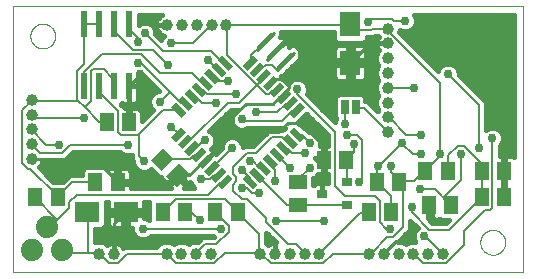
<source format=gtl>
G75*
%MOIN*%
%OFA0B0*%
%FSLAX25Y25*%
%IPPOS*%
%LPD*%
%AMOC8*
5,1,8,0,0,1.08239X$1,22.5*
%
%ADD10C,0.00000*%
%ADD11R,0.05118X0.05906*%
%ADD12R,0.07087X0.08465*%
%ADD13R,0.08465X0.07087*%
%ADD14C,0.03969*%
%ADD15R,0.05000X0.02200*%
%ADD16R,0.02200X0.05000*%
%ADD17R,0.02362X0.08661*%
%ADD18R,0.03543X0.03150*%
%ADD19C,0.07400*%
%ADD20R,0.05118X0.06299*%
%ADD21R,0.06299X0.05118*%
%ADD22R,0.02500X0.05000*%
%ADD23C,0.01772*%
%ADD24C,0.01000*%
%ADD25C,0.03000*%
%ADD26C,0.01600*%
%ADD27C,0.00700*%
D10*
X0001800Y0001800D02*
X0001800Y0090511D01*
X0171751Y0090511D01*
X0171751Y0001800D01*
X0001800Y0001800D01*
X0007666Y0080550D02*
X0007668Y0080678D01*
X0007674Y0080806D01*
X0007684Y0080933D01*
X0007698Y0081061D01*
X0007715Y0081187D01*
X0007737Y0081313D01*
X0007763Y0081439D01*
X0007792Y0081563D01*
X0007825Y0081687D01*
X0007862Y0081809D01*
X0007903Y0081930D01*
X0007948Y0082050D01*
X0007996Y0082169D01*
X0008048Y0082286D01*
X0008104Y0082401D01*
X0008163Y0082515D01*
X0008225Y0082626D01*
X0008291Y0082736D01*
X0008360Y0082843D01*
X0008433Y0082949D01*
X0008509Y0083052D01*
X0008588Y0083152D01*
X0008670Y0083251D01*
X0008755Y0083346D01*
X0008843Y0083439D01*
X0008934Y0083529D01*
X0009027Y0083616D01*
X0009124Y0083701D01*
X0009222Y0083782D01*
X0009324Y0083860D01*
X0009427Y0083935D01*
X0009533Y0084007D01*
X0009641Y0084076D01*
X0009751Y0084141D01*
X0009864Y0084202D01*
X0009978Y0084261D01*
X0010093Y0084315D01*
X0010211Y0084366D01*
X0010329Y0084414D01*
X0010450Y0084457D01*
X0010571Y0084497D01*
X0010694Y0084533D01*
X0010818Y0084566D01*
X0010943Y0084594D01*
X0011068Y0084619D01*
X0011194Y0084639D01*
X0011321Y0084656D01*
X0011449Y0084669D01*
X0011576Y0084678D01*
X0011704Y0084683D01*
X0011832Y0084684D01*
X0011960Y0084681D01*
X0012088Y0084674D01*
X0012215Y0084663D01*
X0012342Y0084648D01*
X0012469Y0084630D01*
X0012595Y0084607D01*
X0012720Y0084580D01*
X0012844Y0084550D01*
X0012967Y0084516D01*
X0013090Y0084478D01*
X0013211Y0084436D01*
X0013330Y0084390D01*
X0013448Y0084341D01*
X0013565Y0084288D01*
X0013680Y0084232D01*
X0013793Y0084172D01*
X0013904Y0084109D01*
X0014013Y0084042D01*
X0014120Y0083972D01*
X0014225Y0083898D01*
X0014327Y0083822D01*
X0014427Y0083742D01*
X0014525Y0083659D01*
X0014620Y0083573D01*
X0014712Y0083484D01*
X0014801Y0083393D01*
X0014888Y0083299D01*
X0014971Y0083202D01*
X0015052Y0083102D01*
X0015129Y0083001D01*
X0015204Y0082896D01*
X0015275Y0082790D01*
X0015342Y0082681D01*
X0015407Y0082571D01*
X0015467Y0082458D01*
X0015525Y0082344D01*
X0015578Y0082228D01*
X0015628Y0082110D01*
X0015675Y0081991D01*
X0015718Y0081870D01*
X0015757Y0081748D01*
X0015792Y0081625D01*
X0015823Y0081501D01*
X0015851Y0081376D01*
X0015874Y0081250D01*
X0015894Y0081124D01*
X0015910Y0080997D01*
X0015922Y0080870D01*
X0015930Y0080742D01*
X0015934Y0080614D01*
X0015934Y0080486D01*
X0015930Y0080358D01*
X0015922Y0080230D01*
X0015910Y0080103D01*
X0015894Y0079976D01*
X0015874Y0079850D01*
X0015851Y0079724D01*
X0015823Y0079599D01*
X0015792Y0079475D01*
X0015757Y0079352D01*
X0015718Y0079230D01*
X0015675Y0079109D01*
X0015628Y0078990D01*
X0015578Y0078872D01*
X0015525Y0078756D01*
X0015467Y0078642D01*
X0015407Y0078529D01*
X0015342Y0078419D01*
X0015275Y0078310D01*
X0015204Y0078204D01*
X0015129Y0078099D01*
X0015052Y0077998D01*
X0014971Y0077898D01*
X0014888Y0077801D01*
X0014801Y0077707D01*
X0014712Y0077616D01*
X0014620Y0077527D01*
X0014525Y0077441D01*
X0014427Y0077358D01*
X0014327Y0077278D01*
X0014225Y0077202D01*
X0014120Y0077128D01*
X0014013Y0077058D01*
X0013904Y0076991D01*
X0013793Y0076928D01*
X0013680Y0076868D01*
X0013565Y0076812D01*
X0013448Y0076759D01*
X0013330Y0076710D01*
X0013211Y0076664D01*
X0013090Y0076622D01*
X0012967Y0076584D01*
X0012844Y0076550D01*
X0012720Y0076520D01*
X0012595Y0076493D01*
X0012469Y0076470D01*
X0012342Y0076452D01*
X0012215Y0076437D01*
X0012088Y0076426D01*
X0011960Y0076419D01*
X0011832Y0076416D01*
X0011704Y0076417D01*
X0011576Y0076422D01*
X0011449Y0076431D01*
X0011321Y0076444D01*
X0011194Y0076461D01*
X0011068Y0076481D01*
X0010943Y0076506D01*
X0010818Y0076534D01*
X0010694Y0076567D01*
X0010571Y0076603D01*
X0010450Y0076643D01*
X0010329Y0076686D01*
X0010211Y0076734D01*
X0010093Y0076785D01*
X0009978Y0076839D01*
X0009864Y0076898D01*
X0009751Y0076959D01*
X0009641Y0077024D01*
X0009533Y0077093D01*
X0009427Y0077165D01*
X0009324Y0077240D01*
X0009222Y0077318D01*
X0009124Y0077399D01*
X0009027Y0077484D01*
X0008934Y0077571D01*
X0008843Y0077661D01*
X0008755Y0077754D01*
X0008670Y0077849D01*
X0008588Y0077948D01*
X0008509Y0078048D01*
X0008433Y0078151D01*
X0008360Y0078257D01*
X0008291Y0078364D01*
X0008225Y0078474D01*
X0008163Y0078585D01*
X0008104Y0078699D01*
X0008048Y0078814D01*
X0007996Y0078931D01*
X0007948Y0079050D01*
X0007903Y0079170D01*
X0007862Y0079291D01*
X0007825Y0079413D01*
X0007792Y0079537D01*
X0007763Y0079661D01*
X0007737Y0079787D01*
X0007715Y0079913D01*
X0007698Y0080039D01*
X0007684Y0080167D01*
X0007674Y0080294D01*
X0007668Y0080422D01*
X0007666Y0080550D01*
X0157666Y0011800D02*
X0157668Y0011928D01*
X0157674Y0012056D01*
X0157684Y0012183D01*
X0157698Y0012311D01*
X0157715Y0012437D01*
X0157737Y0012563D01*
X0157763Y0012689D01*
X0157792Y0012813D01*
X0157825Y0012937D01*
X0157862Y0013059D01*
X0157903Y0013180D01*
X0157948Y0013300D01*
X0157996Y0013419D01*
X0158048Y0013536D01*
X0158104Y0013651D01*
X0158163Y0013765D01*
X0158225Y0013876D01*
X0158291Y0013986D01*
X0158360Y0014093D01*
X0158433Y0014199D01*
X0158509Y0014302D01*
X0158588Y0014402D01*
X0158670Y0014501D01*
X0158755Y0014596D01*
X0158843Y0014689D01*
X0158934Y0014779D01*
X0159027Y0014866D01*
X0159124Y0014951D01*
X0159222Y0015032D01*
X0159324Y0015110D01*
X0159427Y0015185D01*
X0159533Y0015257D01*
X0159641Y0015326D01*
X0159751Y0015391D01*
X0159864Y0015452D01*
X0159978Y0015511D01*
X0160093Y0015565D01*
X0160211Y0015616D01*
X0160329Y0015664D01*
X0160450Y0015707D01*
X0160571Y0015747D01*
X0160694Y0015783D01*
X0160818Y0015816D01*
X0160943Y0015844D01*
X0161068Y0015869D01*
X0161194Y0015889D01*
X0161321Y0015906D01*
X0161449Y0015919D01*
X0161576Y0015928D01*
X0161704Y0015933D01*
X0161832Y0015934D01*
X0161960Y0015931D01*
X0162088Y0015924D01*
X0162215Y0015913D01*
X0162342Y0015898D01*
X0162469Y0015880D01*
X0162595Y0015857D01*
X0162720Y0015830D01*
X0162844Y0015800D01*
X0162967Y0015766D01*
X0163090Y0015728D01*
X0163211Y0015686D01*
X0163330Y0015640D01*
X0163448Y0015591D01*
X0163565Y0015538D01*
X0163680Y0015482D01*
X0163793Y0015422D01*
X0163904Y0015359D01*
X0164013Y0015292D01*
X0164120Y0015222D01*
X0164225Y0015148D01*
X0164327Y0015072D01*
X0164427Y0014992D01*
X0164525Y0014909D01*
X0164620Y0014823D01*
X0164712Y0014734D01*
X0164801Y0014643D01*
X0164888Y0014549D01*
X0164971Y0014452D01*
X0165052Y0014352D01*
X0165129Y0014251D01*
X0165204Y0014146D01*
X0165275Y0014040D01*
X0165342Y0013931D01*
X0165407Y0013821D01*
X0165467Y0013708D01*
X0165525Y0013594D01*
X0165578Y0013478D01*
X0165628Y0013360D01*
X0165675Y0013241D01*
X0165718Y0013120D01*
X0165757Y0012998D01*
X0165792Y0012875D01*
X0165823Y0012751D01*
X0165851Y0012626D01*
X0165874Y0012500D01*
X0165894Y0012374D01*
X0165910Y0012247D01*
X0165922Y0012120D01*
X0165930Y0011992D01*
X0165934Y0011864D01*
X0165934Y0011736D01*
X0165930Y0011608D01*
X0165922Y0011480D01*
X0165910Y0011353D01*
X0165894Y0011226D01*
X0165874Y0011100D01*
X0165851Y0010974D01*
X0165823Y0010849D01*
X0165792Y0010725D01*
X0165757Y0010602D01*
X0165718Y0010480D01*
X0165675Y0010359D01*
X0165628Y0010240D01*
X0165578Y0010122D01*
X0165525Y0010006D01*
X0165467Y0009892D01*
X0165407Y0009779D01*
X0165342Y0009669D01*
X0165275Y0009560D01*
X0165204Y0009454D01*
X0165129Y0009349D01*
X0165052Y0009248D01*
X0164971Y0009148D01*
X0164888Y0009051D01*
X0164801Y0008957D01*
X0164712Y0008866D01*
X0164620Y0008777D01*
X0164525Y0008691D01*
X0164427Y0008608D01*
X0164327Y0008528D01*
X0164225Y0008452D01*
X0164120Y0008378D01*
X0164013Y0008308D01*
X0163904Y0008241D01*
X0163793Y0008178D01*
X0163680Y0008118D01*
X0163565Y0008062D01*
X0163448Y0008009D01*
X0163330Y0007960D01*
X0163211Y0007914D01*
X0163090Y0007872D01*
X0162967Y0007834D01*
X0162844Y0007800D01*
X0162720Y0007770D01*
X0162595Y0007743D01*
X0162469Y0007720D01*
X0162342Y0007702D01*
X0162215Y0007687D01*
X0162088Y0007676D01*
X0161960Y0007669D01*
X0161832Y0007666D01*
X0161704Y0007667D01*
X0161576Y0007672D01*
X0161449Y0007681D01*
X0161321Y0007694D01*
X0161194Y0007711D01*
X0161068Y0007731D01*
X0160943Y0007756D01*
X0160818Y0007784D01*
X0160694Y0007817D01*
X0160571Y0007853D01*
X0160450Y0007893D01*
X0160329Y0007936D01*
X0160211Y0007984D01*
X0160093Y0008035D01*
X0159978Y0008089D01*
X0159864Y0008148D01*
X0159751Y0008209D01*
X0159641Y0008274D01*
X0159533Y0008343D01*
X0159427Y0008415D01*
X0159324Y0008490D01*
X0159222Y0008568D01*
X0159124Y0008649D01*
X0159027Y0008734D01*
X0158934Y0008821D01*
X0158843Y0008911D01*
X0158755Y0009004D01*
X0158670Y0009099D01*
X0158588Y0009198D01*
X0158509Y0009298D01*
X0158433Y0009401D01*
X0158360Y0009507D01*
X0158291Y0009614D01*
X0158225Y0009724D01*
X0158163Y0009835D01*
X0158104Y0009949D01*
X0158048Y0010064D01*
X0157996Y0010181D01*
X0157948Y0010300D01*
X0157903Y0010420D01*
X0157862Y0010541D01*
X0157825Y0010663D01*
X0157792Y0010787D01*
X0157763Y0010911D01*
X0157737Y0011037D01*
X0157715Y0011163D01*
X0157698Y0011289D01*
X0157684Y0011417D01*
X0157674Y0011544D01*
X0157668Y0011672D01*
X0157666Y0011800D01*
D11*
X0158060Y0026800D03*
X0165540Y0026800D03*
X0128040Y0021800D03*
X0120560Y0021800D03*
X0113040Y0039300D03*
X0105560Y0039300D03*
G36*
X0056667Y0030258D02*
X0053048Y0033877D01*
X0057223Y0038052D01*
X0060842Y0034433D01*
X0056667Y0030258D01*
G37*
G36*
X0051377Y0035548D02*
X0047758Y0039167D01*
X0051933Y0043342D01*
X0055552Y0039723D01*
X0051377Y0035548D01*
G37*
X0036790Y0031800D03*
X0029310Y0031800D03*
X0033060Y0051800D03*
X0040540Y0051800D03*
D12*
X0114300Y0071652D03*
X0114300Y0084448D03*
D13*
X0039448Y0021800D03*
X0026652Y0021800D03*
D14*
X0030589Y0008050D03*
X0035511Y0008050D03*
X0053089Y0008050D03*
X0058011Y0008050D03*
X0062932Y0008050D03*
X0067853Y0008050D03*
X0084339Y0008050D03*
X0089261Y0008050D03*
X0094182Y0008050D03*
X0099103Y0008050D03*
X0104024Y0008050D03*
X0120589Y0008050D03*
X0125511Y0008050D03*
X0130432Y0008050D03*
X0135353Y0008050D03*
X0140274Y0008050D03*
X0145196Y0008050D03*
X0126800Y0048562D03*
X0126800Y0053483D03*
X0126800Y0058404D03*
X0126800Y0063326D03*
X0126800Y0068247D03*
X0126800Y0073168D03*
X0126800Y0078089D03*
X0126800Y0083011D03*
X0073011Y0084300D03*
X0068089Y0084300D03*
X0063168Y0084300D03*
X0058247Y0084300D03*
X0053326Y0084300D03*
X0008050Y0059261D03*
X0008050Y0054339D03*
X0008050Y0049418D03*
X0008050Y0044497D03*
X0008050Y0039576D03*
D15*
G36*
X0054510Y0046656D02*
X0058044Y0050190D01*
X0059600Y0048634D01*
X0056066Y0045100D01*
X0054510Y0046656D01*
G37*
G36*
X0056737Y0044429D02*
X0060271Y0047963D01*
X0061827Y0046407D01*
X0058293Y0042873D01*
X0056737Y0044429D01*
G37*
G36*
X0058964Y0042202D02*
X0062498Y0045736D01*
X0064054Y0044180D01*
X0060520Y0040646D01*
X0058964Y0042202D01*
G37*
G36*
X0061191Y0039974D02*
X0064725Y0043508D01*
X0066281Y0041952D01*
X0062747Y0038418D01*
X0061191Y0039974D01*
G37*
G36*
X0063418Y0037747D02*
X0066952Y0041281D01*
X0068508Y0039725D01*
X0064974Y0036191D01*
X0063418Y0037747D01*
G37*
G36*
X0065646Y0035520D02*
X0069180Y0039054D01*
X0070736Y0037498D01*
X0067202Y0033964D01*
X0065646Y0035520D01*
G37*
G36*
X0067873Y0033293D02*
X0071407Y0036827D01*
X0072963Y0035271D01*
X0069429Y0031737D01*
X0067873Y0033293D01*
G37*
G36*
X0070100Y0031066D02*
X0073634Y0034600D01*
X0075190Y0033044D01*
X0071656Y0029510D01*
X0070100Y0031066D01*
G37*
G36*
X0094000Y0054966D02*
X0097534Y0058500D01*
X0099090Y0056944D01*
X0095556Y0053410D01*
X0094000Y0054966D01*
G37*
G36*
X0091773Y0057193D02*
X0095307Y0060727D01*
X0096863Y0059171D01*
X0093329Y0055637D01*
X0091773Y0057193D01*
G37*
G36*
X0089546Y0059420D02*
X0093080Y0062954D01*
X0094636Y0061398D01*
X0091102Y0057864D01*
X0089546Y0059420D01*
G37*
G36*
X0087319Y0061648D02*
X0090853Y0065182D01*
X0092409Y0063626D01*
X0088875Y0060092D01*
X0087319Y0061648D01*
G37*
G36*
X0085092Y0063875D02*
X0088626Y0067409D01*
X0090182Y0065853D01*
X0086648Y0062319D01*
X0085092Y0063875D01*
G37*
G36*
X0082864Y0066102D02*
X0086398Y0069636D01*
X0087954Y0068080D01*
X0084420Y0064546D01*
X0082864Y0066102D01*
G37*
G36*
X0080637Y0068329D02*
X0084171Y0071863D01*
X0085727Y0070307D01*
X0082193Y0066773D01*
X0080637Y0068329D01*
G37*
G36*
X0078410Y0070556D02*
X0081944Y0074090D01*
X0083500Y0072534D01*
X0079966Y0069000D01*
X0078410Y0070556D01*
G37*
D16*
G36*
X0070100Y0072534D02*
X0071656Y0074090D01*
X0075190Y0070556D01*
X0073634Y0069000D01*
X0070100Y0072534D01*
G37*
G36*
X0067873Y0070307D02*
X0069429Y0071863D01*
X0072963Y0068329D01*
X0071407Y0066773D01*
X0067873Y0070307D01*
G37*
G36*
X0065646Y0068080D02*
X0067202Y0069636D01*
X0070736Y0066102D01*
X0069180Y0064546D01*
X0065646Y0068080D01*
G37*
G36*
X0063418Y0065853D02*
X0064974Y0067409D01*
X0068508Y0063875D01*
X0066952Y0062319D01*
X0063418Y0065853D01*
G37*
G36*
X0061191Y0063626D02*
X0062747Y0065182D01*
X0066281Y0061648D01*
X0064725Y0060092D01*
X0061191Y0063626D01*
G37*
G36*
X0058964Y0061398D02*
X0060520Y0062954D01*
X0064054Y0059420D01*
X0062498Y0057864D01*
X0058964Y0061398D01*
G37*
G36*
X0056737Y0059171D02*
X0058293Y0060727D01*
X0061827Y0057193D01*
X0060271Y0055637D01*
X0056737Y0059171D01*
G37*
G36*
X0054510Y0056944D02*
X0056066Y0058500D01*
X0059600Y0054966D01*
X0058044Y0053410D01*
X0054510Y0056944D01*
G37*
G36*
X0085092Y0039725D02*
X0086648Y0041281D01*
X0090182Y0037747D01*
X0088626Y0036191D01*
X0085092Y0039725D01*
G37*
G36*
X0087319Y0041952D02*
X0088875Y0043508D01*
X0092409Y0039974D01*
X0090853Y0038418D01*
X0087319Y0041952D01*
G37*
G36*
X0089546Y0044180D02*
X0091102Y0045736D01*
X0094636Y0042202D01*
X0093080Y0040646D01*
X0089546Y0044180D01*
G37*
G36*
X0091773Y0046407D02*
X0093329Y0047963D01*
X0096863Y0044429D01*
X0095307Y0042873D01*
X0091773Y0046407D01*
G37*
G36*
X0094000Y0048634D02*
X0095556Y0050190D01*
X0099090Y0046656D01*
X0097534Y0045100D01*
X0094000Y0048634D01*
G37*
G36*
X0082864Y0037498D02*
X0084420Y0039054D01*
X0087954Y0035520D01*
X0086398Y0033964D01*
X0082864Y0037498D01*
G37*
G36*
X0080637Y0035271D02*
X0082193Y0036827D01*
X0085727Y0033293D01*
X0084171Y0031737D01*
X0080637Y0035271D01*
G37*
G36*
X0078410Y0033044D02*
X0079966Y0034600D01*
X0083500Y0031066D01*
X0081944Y0029510D01*
X0078410Y0033044D01*
G37*
D17*
X0040550Y0064064D03*
X0035550Y0064064D03*
X0030550Y0064064D03*
X0025550Y0064064D03*
X0025550Y0084536D03*
X0030550Y0084536D03*
X0035550Y0084536D03*
X0040550Y0084536D03*
D18*
X0113237Y0031790D03*
X0104969Y0028050D03*
X0113237Y0024310D03*
D19*
X0018050Y0009300D03*
X0008050Y0009300D03*
X0013050Y0016800D03*
D20*
X0009310Y0026800D03*
X0016790Y0026800D03*
X0051810Y0021800D03*
X0059290Y0021800D03*
X0069310Y0021800D03*
X0076790Y0021800D03*
X0123060Y0031800D03*
X0130540Y0031800D03*
X0139310Y0035550D03*
X0146790Y0035550D03*
X0158060Y0035550D03*
X0165540Y0035550D03*
X0148040Y0024300D03*
X0140560Y0024300D03*
D21*
X0096800Y0024310D03*
X0096800Y0031790D03*
D22*
X0112528Y0056800D03*
X0116072Y0056800D03*
D23*
X0094666Y0074234D02*
X0090616Y0070184D01*
X0087275Y0073525D02*
X0091325Y0077575D01*
X0087984Y0080916D02*
X0083934Y0076866D01*
D24*
X0083131Y0076062D02*
X0085959Y0078891D01*
X0088788Y0081719D01*
X0092128Y0078378D02*
X0089300Y0075550D01*
X0092400Y0077950D01*
X0095200Y0077950D01*
X0097300Y0075850D01*
X0097300Y0072350D01*
X0114100Y0072350D01*
X0114300Y0071652D01*
X0114450Y0072000D01*
X0120400Y0077950D01*
X0126700Y0077950D01*
X0126800Y0078089D01*
X0097300Y0072350D02*
X0091350Y0066400D01*
X0089250Y0066400D01*
X0087850Y0065000D01*
X0087637Y0064864D01*
X0091350Y0066400D02*
X0093800Y0063950D01*
X0093800Y0063250D01*
X0092400Y0061850D01*
X0092400Y0060450D01*
X0092091Y0060409D01*
X0091700Y0060100D01*
X0090650Y0060100D01*
X0088550Y0058000D01*
X0079450Y0058000D01*
X0075250Y0053800D01*
X0075250Y0048900D01*
X0075600Y0048550D01*
X0066150Y0039100D01*
X0065963Y0038736D01*
X0065800Y0038400D01*
X0064750Y0038400D01*
X0060550Y0034200D01*
X0057050Y0034200D01*
X0056945Y0034155D01*
X0056700Y0033850D01*
X0054950Y0032100D01*
X0037100Y0032100D01*
X0036790Y0031800D01*
X0036400Y0032100D01*
X0029050Y0039450D01*
X0008050Y0039450D01*
X0008050Y0039576D01*
X0035700Y0018100D02*
X0039200Y0021600D01*
X0039448Y0021800D01*
X0035700Y0018100D02*
X0035700Y0008300D01*
X0035511Y0008050D01*
X0075600Y0048550D02*
X0090300Y0048550D01*
X0093450Y0051700D01*
X0098000Y0051700D01*
X0105000Y0044700D01*
X0105000Y0039450D01*
X0105560Y0039300D01*
X0105350Y0039100D01*
X0105000Y0038750D01*
X0105000Y0028250D01*
X0104969Y0028050D01*
X0125650Y0008300D02*
X0129500Y0012150D01*
X0133000Y0012150D01*
X0125650Y0008300D02*
X0125511Y0008050D01*
X0141750Y0018800D02*
X0141750Y0023000D01*
X0140700Y0024050D01*
X0140560Y0024300D01*
X0165540Y0026800D02*
X0165550Y0026850D01*
X0165550Y0035250D01*
X0165540Y0035550D01*
X0165550Y0035950D01*
X0165550Y0053100D01*
X0161000Y0057650D01*
X0095469Y0075038D02*
X0092641Y0072209D01*
X0089812Y0069381D01*
X0086472Y0072722D02*
X0089300Y0075550D01*
X0044100Y0067800D02*
X0044100Y0067450D01*
X0040950Y0064300D01*
X0040550Y0064064D01*
X0040600Y0063950D01*
X0040600Y0052050D01*
X0040540Y0051800D01*
D25*
X0050750Y0058700D03*
X0054600Y0050300D03*
X0065800Y0045750D03*
X0074900Y0043300D03*
X0080850Y0038750D03*
X0078050Y0035950D03*
X0078050Y0030000D03*
X0084000Y0028250D03*
X0089250Y0032100D03*
X0094150Y0036650D03*
X0100800Y0036650D03*
X0099050Y0041550D03*
X0100800Y0045050D03*
X0112700Y0051350D03*
X0113050Y0047500D03*
X0115500Y0044700D03*
X0123550Y0037350D03*
X0127750Y0037350D03*
X0137900Y0041200D03*
X0144200Y0041200D03*
X0151200Y0041200D03*
X0157150Y0043300D03*
X0161700Y0046450D03*
X0161000Y0057650D03*
X0147000Y0067800D03*
X0135450Y0063250D03*
X0137900Y0047500D03*
X0131600Y0045050D03*
X0117250Y0031750D03*
X0134750Y0023700D03*
X0141750Y0018800D03*
X0138950Y0013900D03*
X0133000Y0012150D03*
X0127400Y0016350D03*
X0137550Y0029650D03*
X0105700Y0018800D03*
X0089600Y0018800D03*
X0071050Y0016350D03*
X0064050Y0019150D03*
X0045150Y0016350D03*
X0064400Y0032800D03*
X0045500Y0038750D03*
X0040250Y0044350D03*
X0025550Y0053100D03*
X0017150Y0044350D03*
X0044100Y0067800D03*
X0043400Y0071650D03*
X0053550Y0070950D03*
X0054600Y0078300D03*
X0045850Y0081450D03*
X0043400Y0078650D03*
X0066850Y0072700D03*
X0073500Y0065700D03*
X0076300Y0061150D03*
X0069650Y0058350D03*
X0078050Y0052750D03*
X0082950Y0055200D03*
X0096600Y0062900D03*
X0120050Y0085300D03*
X0132650Y0085650D03*
D26*
X0135176Y0083226D02*
X0168951Y0083226D01*
X0168951Y0081628D02*
X0130895Y0081628D01*
X0130644Y0081879D02*
X0130784Y0082218D01*
X0130784Y0082634D01*
X0131954Y0082150D01*
X0133346Y0082150D01*
X0134633Y0082683D01*
X0135617Y0083667D01*
X0136150Y0084954D01*
X0136150Y0086346D01*
X0135617Y0087633D01*
X0135539Y0087711D01*
X0168951Y0087711D01*
X0168951Y0040286D01*
X0168794Y0040377D01*
X0168336Y0040500D01*
X0166020Y0040500D01*
X0166020Y0036030D01*
X0165061Y0036030D01*
X0165061Y0040500D01*
X0164050Y0040500D01*
X0164050Y0043850D01*
X0164667Y0044467D01*
X0165200Y0045754D01*
X0165200Y0047146D01*
X0164667Y0048433D01*
X0163683Y0049417D01*
X0162396Y0049950D01*
X0161004Y0049950D01*
X0159717Y0049417D01*
X0159500Y0049200D01*
X0159500Y0056677D01*
X0159500Y0058623D01*
X0150500Y0067623D01*
X0150500Y0068496D01*
X0149967Y0069783D01*
X0148983Y0070767D01*
X0147696Y0071300D01*
X0146304Y0071300D01*
X0145017Y0070767D01*
X0144033Y0069783D01*
X0143654Y0068869D01*
X0130644Y0081879D01*
X0132494Y0080029D02*
X0168951Y0080029D01*
X0168951Y0078431D02*
X0134092Y0078431D01*
X0135691Y0076832D02*
X0168951Y0076832D01*
X0168951Y0075234D02*
X0137289Y0075234D01*
X0138888Y0073635D02*
X0168951Y0073635D01*
X0168951Y0072037D02*
X0140487Y0072037D01*
X0142085Y0070438D02*
X0144689Y0070438D01*
X0149311Y0070438D02*
X0168951Y0070438D01*
X0168951Y0068840D02*
X0150358Y0068840D01*
X0150882Y0067241D02*
X0168951Y0067241D01*
X0168951Y0065643D02*
X0152481Y0065643D01*
X0154079Y0064044D02*
X0168951Y0064044D01*
X0168951Y0062446D02*
X0155678Y0062446D01*
X0157276Y0060847D02*
X0168951Y0060847D01*
X0168951Y0059249D02*
X0158875Y0059249D01*
X0159500Y0057650D02*
X0168951Y0057650D01*
X0168951Y0056052D02*
X0159500Y0056052D01*
X0159500Y0054453D02*
X0168951Y0054453D01*
X0168951Y0052855D02*
X0159500Y0052855D01*
X0159500Y0051256D02*
X0168951Y0051256D01*
X0168951Y0049658D02*
X0163102Y0049658D01*
X0160298Y0049658D02*
X0159500Y0049658D01*
X0164822Y0048059D02*
X0168951Y0048059D01*
X0168951Y0046461D02*
X0165200Y0046461D01*
X0164831Y0044862D02*
X0168951Y0044862D01*
X0168951Y0043264D02*
X0164050Y0043264D01*
X0164050Y0041665D02*
X0168951Y0041665D01*
X0166020Y0040067D02*
X0165061Y0040067D01*
X0165061Y0038468D02*
X0166020Y0038468D01*
X0166020Y0036870D02*
X0165061Y0036870D01*
X0165061Y0035070D02*
X0166020Y0035070D01*
X0166020Y0031553D01*
X0166020Y0027280D01*
X0165061Y0027280D01*
X0165061Y0035070D01*
X0165061Y0033673D02*
X0166020Y0033673D01*
X0166020Y0032074D02*
X0165061Y0032074D01*
X0165061Y0030476D02*
X0166020Y0030476D01*
X0166020Y0028877D02*
X0165061Y0028877D01*
X0147177Y0019150D02*
X0146377Y0018350D01*
X0141673Y0018350D01*
X0140080Y0019943D01*
X0140080Y0023820D01*
X0141039Y0023820D01*
X0141039Y0019350D01*
X0143356Y0019350D01*
X0143814Y0019473D01*
X0144141Y0019662D01*
X0144653Y0019150D01*
X0147177Y0019150D01*
X0144517Y0019286D02*
X0140737Y0019286D01*
X0141039Y0020884D02*
X0140080Y0020884D01*
X0140080Y0022483D02*
X0141039Y0022483D01*
X0135689Y0017687D02*
X0134300Y0017687D01*
X0134300Y0019077D02*
X0136738Y0016638D01*
X0135983Y0015883D01*
X0135450Y0014596D01*
X0135450Y0013204D01*
X0135934Y0012034D01*
X0134561Y0012034D01*
X0133096Y0011428D01*
X0132893Y0011224D01*
X0132689Y0011428D01*
X0131224Y0012034D01*
X0130258Y0012034D01*
X0132923Y0014700D01*
X0134300Y0016077D01*
X0134300Y0019077D01*
X0134300Y0016089D02*
X0136189Y0016089D01*
X0135450Y0014490D02*
X0132714Y0014490D01*
X0131115Y0012892D02*
X0135579Y0012892D01*
X0132962Y0011293D02*
X0132823Y0011293D01*
X0104969Y0028050D02*
X0104969Y0028050D01*
X0104969Y0031425D01*
X0102961Y0031425D01*
X0102503Y0031302D01*
X0102092Y0031065D01*
X0101950Y0030922D01*
X0101950Y0033338D01*
X0102783Y0033683D01*
X0103647Y0034547D01*
X0105080Y0034547D01*
X0105080Y0038820D01*
X0106039Y0038820D01*
X0106039Y0034547D01*
X0106850Y0034547D01*
X0106850Y0031425D01*
X0104969Y0031425D01*
X0104969Y0028050D01*
X0104969Y0028877D02*
X0104969Y0028877D01*
X0104969Y0030476D02*
X0104969Y0030476D01*
X0106850Y0032074D02*
X0101950Y0032074D01*
X0102758Y0033673D02*
X0106850Y0033673D01*
X0106039Y0035271D02*
X0105080Y0035271D01*
X0105080Y0036870D02*
X0106039Y0036870D01*
X0106039Y0038468D02*
X0105080Y0038468D01*
X0105080Y0038820D02*
X0103579Y0038820D01*
X0102783Y0039617D01*
X0102391Y0039780D01*
X0105080Y0039780D01*
X0105080Y0044053D01*
X0104175Y0044053D01*
X0104300Y0044354D01*
X0104300Y0045746D01*
X0103767Y0047033D01*
X0102783Y0048017D01*
X0101496Y0048550D01*
X0100623Y0048550D01*
X0099323Y0049850D01*
X0098724Y0049850D01*
X0096774Y0051800D01*
X0099700Y0054726D01*
X0106850Y0047577D01*
X0106850Y0044053D01*
X0106039Y0044053D01*
X0106039Y0039780D01*
X0105080Y0039780D01*
X0105080Y0038820D01*
X0105080Y0040067D02*
X0106039Y0040067D01*
X0106039Y0041665D02*
X0105080Y0041665D01*
X0105080Y0043264D02*
X0106039Y0043264D01*
X0106850Y0044862D02*
X0104300Y0044862D01*
X0104004Y0046461D02*
X0106850Y0046461D01*
X0106367Y0048059D02*
X0102681Y0048059D01*
X0104769Y0049658D02*
X0099516Y0049658D01*
X0097318Y0051256D02*
X0103170Y0051256D01*
X0101572Y0052855D02*
X0097829Y0052855D01*
X0099427Y0054453D02*
X0099973Y0054453D01*
X0103423Y0057650D02*
X0109278Y0057650D01*
X0109278Y0056052D02*
X0105022Y0056052D01*
X0106620Y0054453D02*
X0109278Y0054453D01*
X0109278Y0053472D02*
X0109640Y0053109D01*
X0109200Y0052046D01*
X0109200Y0051873D01*
X0099740Y0061334D01*
X0100100Y0062204D01*
X0100100Y0063596D01*
X0099567Y0064883D01*
X0098583Y0065867D01*
X0097296Y0066400D01*
X0095904Y0066400D01*
X0094617Y0065867D01*
X0093807Y0065057D01*
X0091682Y0067182D01*
X0091399Y0067182D01*
X0091274Y0067307D01*
X0091319Y0067352D01*
X0092250Y0067738D01*
X0097112Y0072600D01*
X0097498Y0073531D01*
X0097588Y0073622D01*
X0097969Y0074540D01*
X0097969Y0075535D01*
X0097588Y0076454D01*
X0096885Y0077157D01*
X0095966Y0077538D01*
X0094972Y0077538D01*
X0094053Y0077157D01*
X0093963Y0077067D01*
X0093963Y0077067D01*
X0094011Y0077311D01*
X0094011Y0077840D01*
X0093908Y0078359D01*
X0093705Y0078847D01*
X0093411Y0079287D01*
X0093224Y0079474D01*
X0093037Y0079661D01*
X0092597Y0079955D01*
X0092109Y0080158D01*
X0091590Y0080261D01*
X0091061Y0080261D01*
X0090817Y0080213D01*
X0090907Y0080303D01*
X0091288Y0081222D01*
X0091288Y0081900D01*
X0108757Y0081900D01*
X0108757Y0079387D01*
X0109928Y0078215D01*
X0118672Y0078215D01*
X0119843Y0079387D01*
X0119843Y0080150D01*
X0122073Y0080150D01*
X0122423Y0080500D01*
X0123676Y0080500D01*
X0123786Y0080390D01*
X0123446Y0079882D01*
X0123161Y0079193D01*
X0123016Y0078462D01*
X0123016Y0078089D01*
X0123016Y0077717D01*
X0123161Y0076986D01*
X0123446Y0076297D01*
X0123786Y0075789D01*
X0123422Y0075425D01*
X0122816Y0073961D01*
X0122816Y0072376D01*
X0123422Y0070911D01*
X0123626Y0070707D01*
X0123422Y0070504D01*
X0122816Y0069039D01*
X0122816Y0067454D01*
X0123422Y0065990D01*
X0123626Y0065786D01*
X0123422Y0065582D01*
X0122816Y0064118D01*
X0122816Y0062533D01*
X0123422Y0061069D01*
X0123626Y0060865D01*
X0123422Y0060661D01*
X0122816Y0059197D01*
X0122816Y0057612D01*
X0123422Y0056147D01*
X0123626Y0055944D01*
X0123422Y0055740D01*
X0123352Y0055571D01*
X0119973Y0058950D01*
X0119322Y0058950D01*
X0119322Y0060128D01*
X0118150Y0061300D01*
X0110450Y0061300D01*
X0109278Y0060128D01*
X0109278Y0053472D01*
X0109535Y0052855D02*
X0108219Y0052855D01*
X0109278Y0059249D02*
X0101825Y0059249D01*
X0100226Y0060847D02*
X0109997Y0060847D01*
X0110520Y0065620D02*
X0113500Y0065620D01*
X0113500Y0070852D01*
X0115100Y0070852D01*
X0115100Y0065620D01*
X0118080Y0065620D01*
X0118538Y0065743D01*
X0118949Y0065980D01*
X0119284Y0066315D01*
X0119521Y0066725D01*
X0119643Y0067183D01*
X0119643Y0070852D01*
X0115100Y0070852D01*
X0115100Y0072452D01*
X0119643Y0072452D01*
X0119643Y0076122D01*
X0119521Y0076579D01*
X0119284Y0076990D01*
X0118949Y0077325D01*
X0118538Y0077562D01*
X0118080Y0077685D01*
X0115100Y0077685D01*
X0115100Y0072452D01*
X0113500Y0072452D01*
X0113500Y0070852D01*
X0108957Y0070852D01*
X0108957Y0067183D01*
X0109079Y0066725D01*
X0109316Y0066315D01*
X0109651Y0065980D01*
X0110062Y0065743D01*
X0110520Y0065620D01*
X0110435Y0065643D02*
X0098807Y0065643D01*
X0099914Y0064044D02*
X0122816Y0064044D01*
X0123483Y0065643D02*
X0118165Y0065643D01*
X0119643Y0067241D02*
X0122904Y0067241D01*
X0122816Y0068840D02*
X0119643Y0068840D01*
X0119643Y0070438D02*
X0123395Y0070438D01*
X0122956Y0072037D02*
X0115100Y0072037D01*
X0115100Y0070438D02*
X0113500Y0070438D01*
X0113500Y0072037D02*
X0096549Y0072037D01*
X0094951Y0070438D02*
X0108957Y0070438D01*
X0108957Y0068840D02*
X0093352Y0068840D01*
X0091340Y0067241D02*
X0108957Y0067241D01*
X0113500Y0067241D02*
X0115100Y0067241D01*
X0115100Y0068840D02*
X0113500Y0068840D01*
X0113500Y0065643D02*
X0115100Y0065643D01*
X0122852Y0062446D02*
X0100100Y0062446D01*
X0094393Y0065643D02*
X0093221Y0065643D01*
X0097594Y0073635D02*
X0108957Y0073635D01*
X0108957Y0072452D02*
X0108957Y0076122D01*
X0109079Y0076579D01*
X0109316Y0076990D01*
X0109651Y0077325D01*
X0110062Y0077562D01*
X0110520Y0077685D01*
X0113500Y0077685D01*
X0113500Y0072452D01*
X0108957Y0072452D01*
X0108957Y0075234D02*
X0097969Y0075234D01*
X0097210Y0076832D02*
X0109225Y0076832D01*
X0109713Y0078431D02*
X0093878Y0078431D01*
X0093224Y0079474D02*
X0089300Y0075550D01*
X0093224Y0079474D01*
X0092419Y0080029D02*
X0108757Y0080029D01*
X0108757Y0081628D02*
X0091288Y0081628D01*
X0090817Y0080213D02*
X0090817Y0080213D01*
X0092181Y0078431D02*
X0092181Y0078431D01*
X0090582Y0076832D02*
X0090582Y0076832D01*
X0089300Y0075550D02*
X0089300Y0075550D01*
X0113500Y0075234D02*
X0115100Y0075234D01*
X0115100Y0073635D02*
X0113500Y0073635D01*
X0113500Y0076832D02*
X0115100Y0076832D01*
X0118887Y0078431D02*
X0123016Y0078431D01*
X0123016Y0078089D02*
X0126800Y0078089D01*
X0123016Y0078089D01*
X0123225Y0076832D02*
X0119375Y0076832D01*
X0119643Y0075234D02*
X0123343Y0075234D01*
X0122816Y0073635D02*
X0119643Y0073635D01*
X0126800Y0078089D02*
X0126800Y0078089D01*
X0123545Y0080029D02*
X0119843Y0080029D01*
X0136097Y0084825D02*
X0168951Y0084825D01*
X0168951Y0086423D02*
X0136118Y0086423D01*
X0123608Y0060847D02*
X0118603Y0060847D01*
X0119322Y0059249D02*
X0122837Y0059249D01*
X0122816Y0057650D02*
X0121273Y0057650D01*
X0122872Y0056052D02*
X0123518Y0056052D01*
X0092586Y0050050D02*
X0091999Y0049463D01*
X0091686Y0049150D01*
X0087227Y0049150D01*
X0081977Y0043900D01*
X0078827Y0043900D01*
X0078400Y0043473D01*
X0078400Y0043996D01*
X0077867Y0045283D01*
X0076883Y0046267D01*
X0075596Y0046800D01*
X0074204Y0046800D01*
X0072917Y0046267D01*
X0071933Y0045283D01*
X0071400Y0043996D01*
X0071400Y0043123D01*
X0069529Y0041252D01*
X0069004Y0041777D01*
X0068282Y0042499D01*
X0068282Y0042782D01*
X0068032Y0043032D01*
X0068767Y0043767D01*
X0069300Y0045054D01*
X0069300Y0046446D01*
X0068767Y0047733D01*
X0067783Y0048717D01*
X0067364Y0048891D01*
X0074473Y0056000D01*
X0076750Y0056000D01*
X0076067Y0055717D01*
X0075083Y0054733D01*
X0074550Y0053446D01*
X0074550Y0052054D01*
X0075083Y0050767D01*
X0076067Y0049783D01*
X0077354Y0049250D01*
X0078746Y0049250D01*
X0080033Y0049783D01*
X0080300Y0050050D01*
X0092586Y0050050D01*
X0092194Y0049658D02*
X0079730Y0049658D01*
X0076370Y0049658D02*
X0068131Y0049658D01*
X0069730Y0051256D02*
X0074880Y0051256D01*
X0074550Y0052855D02*
X0071328Y0052855D01*
X0072927Y0054453D02*
X0074967Y0054453D01*
X0068441Y0048059D02*
X0086136Y0048059D01*
X0084537Y0046461D02*
X0076415Y0046461D01*
X0078041Y0044862D02*
X0082939Y0044862D01*
X0073385Y0046461D02*
X0069294Y0046461D01*
X0069221Y0044862D02*
X0071759Y0044862D01*
X0071400Y0043264D02*
X0068263Y0043264D01*
X0069004Y0041777D02*
X0065963Y0038736D01*
X0065964Y0038736D01*
X0069004Y0041777D01*
X0068892Y0041665D02*
X0068892Y0041665D01*
X0069116Y0041665D02*
X0069942Y0041665D01*
X0067294Y0040067D02*
X0067294Y0040067D01*
X0060366Y0031412D02*
X0057623Y0034155D01*
X0056945Y0033477D01*
X0059688Y0030734D01*
X0058854Y0029900D01*
X0062350Y0029900D01*
X0061433Y0030817D01*
X0060946Y0031992D01*
X0060366Y0031412D01*
X0059704Y0032074D02*
X0058348Y0032074D01*
X0058106Y0033673D02*
X0057140Y0033673D01*
X0056945Y0033477D02*
X0053923Y0030456D01*
X0054479Y0029900D01*
X0041149Y0029900D01*
X0041149Y0031320D01*
X0037270Y0031320D01*
X0037270Y0032280D01*
X0036311Y0032280D01*
X0036311Y0036553D01*
X0033994Y0036553D01*
X0033536Y0036430D01*
X0033209Y0036241D01*
X0032697Y0036753D01*
X0025922Y0036753D01*
X0024751Y0035581D01*
X0024751Y0034100D01*
X0020727Y0034100D01*
X0018576Y0031950D01*
X0015374Y0031950D01*
X0010575Y0036749D01*
X0010989Y0037163D01*
X0011404Y0037783D01*
X0011689Y0038472D01*
X0011834Y0039200D01*
X0019173Y0039200D01*
X0020550Y0040577D01*
X0021973Y0042000D01*
X0037650Y0042000D01*
X0038267Y0041383D01*
X0039554Y0040850D01*
X0040946Y0040850D01*
X0041400Y0041038D01*
X0041400Y0039527D01*
X0042000Y0038927D01*
X0042000Y0038054D01*
X0042533Y0036767D01*
X0043517Y0035783D01*
X0044804Y0035250D01*
X0046196Y0035250D01*
X0047483Y0035783D01*
X0047898Y0036198D01*
X0050548Y0033547D01*
X0051272Y0033547D01*
X0051370Y0033182D01*
X0051607Y0032772D01*
X0053245Y0031134D01*
X0056266Y0034155D01*
X0056945Y0033477D01*
X0056749Y0033673D02*
X0055784Y0033673D01*
X0055542Y0032074D02*
X0054185Y0032074D01*
X0052304Y0032074D02*
X0037270Y0032074D01*
X0037270Y0032280D02*
X0041149Y0032280D01*
X0041149Y0034990D01*
X0041027Y0035448D01*
X0040790Y0035858D01*
X0040454Y0036193D01*
X0040044Y0036430D01*
X0039586Y0036553D01*
X0037270Y0036553D01*
X0037270Y0032280D01*
X0037270Y0033673D02*
X0036311Y0033673D01*
X0036311Y0035271D02*
X0037270Y0035271D01*
X0041074Y0035271D02*
X0044753Y0035271D01*
X0046247Y0035271D02*
X0048825Y0035271D01*
X0050423Y0033673D02*
X0041149Y0033673D01*
X0041149Y0030476D02*
X0053943Y0030476D01*
X0059430Y0030476D02*
X0061775Y0030476D01*
X0047251Y0025200D02*
X0047251Y0019199D01*
X0047133Y0019317D01*
X0045846Y0019850D01*
X0045480Y0019850D01*
X0045480Y0021000D01*
X0040248Y0021000D01*
X0040248Y0022600D01*
X0045480Y0022600D01*
X0045480Y0025200D01*
X0047251Y0025200D01*
X0047251Y0024082D02*
X0045480Y0024082D01*
X0047251Y0022483D02*
X0040248Y0022483D01*
X0040248Y0021000D02*
X0038648Y0021000D01*
X0038648Y0016457D01*
X0034978Y0016457D01*
X0034521Y0016579D01*
X0034110Y0016816D01*
X0033775Y0017151D01*
X0033538Y0017562D01*
X0033415Y0018020D01*
X0033415Y0021000D01*
X0038648Y0021000D01*
X0038648Y0022600D01*
X0033415Y0022600D01*
X0033415Y0025200D01*
X0032885Y0025200D01*
X0032885Y0017428D01*
X0031713Y0016257D01*
X0029300Y0016257D01*
X0029300Y0011828D01*
X0029797Y0012034D01*
X0031382Y0012034D01*
X0032846Y0011428D01*
X0033210Y0011064D01*
X0033718Y0011404D01*
X0034407Y0011689D01*
X0035138Y0011834D01*
X0035511Y0011834D01*
X0035511Y0008050D01*
X0035511Y0008050D01*
X0035511Y0011834D01*
X0035883Y0011834D01*
X0036614Y0011689D01*
X0037303Y0011404D01*
X0037923Y0010989D01*
X0038450Y0010462D01*
X0038706Y0010079D01*
X0038927Y0010300D01*
X0049709Y0010300D01*
X0049712Y0010307D01*
X0050832Y0011428D01*
X0052297Y0012034D01*
X0053882Y0012034D01*
X0055346Y0011428D01*
X0055550Y0011224D01*
X0055754Y0011428D01*
X0057218Y0012034D01*
X0058803Y0012034D01*
X0060268Y0011428D01*
X0060471Y0011224D01*
X0060675Y0011428D01*
X0062139Y0012034D01*
X0063411Y0012034D01*
X0064827Y0013450D01*
X0068677Y0013450D01*
X0068838Y0013612D01*
X0068450Y0014000D01*
X0047750Y0014000D01*
X0047133Y0013383D01*
X0045846Y0012850D01*
X0044454Y0012850D01*
X0043167Y0013383D01*
X0042183Y0014367D01*
X0041650Y0015654D01*
X0041650Y0016457D01*
X0040248Y0016457D01*
X0040248Y0021000D01*
X0040248Y0020884D02*
X0038648Y0020884D01*
X0038648Y0022483D02*
X0032885Y0022483D01*
X0032885Y0020884D02*
X0033415Y0020884D01*
X0033415Y0019286D02*
X0032885Y0019286D01*
X0032885Y0017687D02*
X0033504Y0017687D01*
X0029300Y0016089D02*
X0041650Y0016089D01*
X0042132Y0014490D02*
X0029300Y0014490D01*
X0029300Y0012892D02*
X0044353Y0012892D01*
X0045947Y0012892D02*
X0064269Y0012892D01*
X0060541Y0011293D02*
X0060402Y0011293D01*
X0055619Y0011293D02*
X0055480Y0011293D01*
X0050698Y0011293D02*
X0037468Y0011293D01*
X0035511Y0011293D02*
X0035511Y0011293D01*
X0035511Y0009695D02*
X0035511Y0009695D01*
X0033553Y0011293D02*
X0032980Y0011293D01*
X0035511Y0008096D02*
X0035511Y0008096D01*
X0038648Y0017687D02*
X0040248Y0017687D01*
X0040248Y0019286D02*
X0038648Y0019286D01*
X0045480Y0020884D02*
X0047251Y0020884D01*
X0047251Y0019286D02*
X0047164Y0019286D01*
X0033415Y0024082D02*
X0032885Y0024082D01*
X0018701Y0032074D02*
X0015249Y0032074D01*
X0013651Y0033673D02*
X0020299Y0033673D01*
X0024751Y0035271D02*
X0012052Y0035271D01*
X0010696Y0036870D02*
X0042491Y0036870D01*
X0042000Y0038468D02*
X0011687Y0038468D01*
X0008050Y0038650D02*
X0008050Y0038650D01*
X0008050Y0039575D01*
X0008050Y0038650D01*
X0008050Y0039575D02*
X0008050Y0039575D01*
X0020040Y0040067D02*
X0041400Y0040067D01*
X0037985Y0041665D02*
X0021639Y0041665D01*
X0040061Y0052280D02*
X0040061Y0056553D01*
X0039071Y0056553D01*
X0037725Y0057898D01*
X0038191Y0058365D01*
X0038264Y0058293D01*
X0038674Y0058056D01*
X0039132Y0057933D01*
X0040550Y0057933D01*
X0041968Y0057933D01*
X0042426Y0058056D01*
X0042836Y0058293D01*
X0043171Y0058628D01*
X0043408Y0059038D01*
X0043531Y0059496D01*
X0043531Y0064064D01*
X0043531Y0068150D01*
X0044096Y0068150D01*
X0044471Y0068305D01*
X0050577Y0062200D01*
X0050054Y0062200D01*
X0048767Y0061667D01*
X0047783Y0060683D01*
X0047250Y0059396D01*
X0047250Y0058004D01*
X0047783Y0056717D01*
X0048538Y0055962D01*
X0044899Y0052323D01*
X0044899Y0054990D01*
X0044777Y0055448D01*
X0044540Y0055858D01*
X0044204Y0056193D01*
X0043794Y0056430D01*
X0043336Y0056553D01*
X0041020Y0056553D01*
X0041020Y0052280D01*
X0040061Y0052280D01*
X0040061Y0052855D02*
X0041020Y0052855D01*
X0041020Y0054453D02*
X0040061Y0054453D01*
X0040061Y0056052D02*
X0041020Y0056052D01*
X0040550Y0057933D02*
X0040550Y0064064D01*
X0043531Y0064064D01*
X0040550Y0064064D01*
X0040550Y0064064D01*
X0040550Y0064064D01*
X0040550Y0057933D01*
X0040550Y0059249D02*
X0040550Y0059249D01*
X0040550Y0060847D02*
X0040550Y0060847D01*
X0040550Y0062446D02*
X0040550Y0062446D01*
X0040550Y0064044D02*
X0040550Y0064044D01*
X0043531Y0064044D02*
X0048732Y0064044D01*
X0047134Y0065643D02*
X0043531Y0065643D01*
X0043531Y0067241D02*
X0045535Y0067241D01*
X0043531Y0062446D02*
X0050331Y0062446D01*
X0047948Y0060847D02*
X0043531Y0060847D01*
X0043465Y0059249D02*
X0047250Y0059249D01*
X0047396Y0057650D02*
X0037973Y0057650D01*
X0044346Y0056052D02*
X0048448Y0056052D01*
X0047030Y0054453D02*
X0044899Y0054453D01*
X0044899Y0052855D02*
X0045431Y0052855D01*
X0051254Y0079369D02*
X0049350Y0081273D01*
X0049350Y0082146D01*
X0048817Y0083433D01*
X0047833Y0084417D01*
X0046546Y0084950D01*
X0045154Y0084950D01*
X0043867Y0084417D01*
X0043731Y0084281D01*
X0043731Y0087711D01*
X0051671Y0087711D01*
X0051533Y0087654D01*
X0050913Y0087239D01*
X0050386Y0086712D01*
X0049972Y0086093D01*
X0049687Y0085404D01*
X0049541Y0084673D01*
X0049541Y0084300D01*
X0049541Y0083927D01*
X0049687Y0083196D01*
X0049972Y0082507D01*
X0050386Y0081888D01*
X0050913Y0081361D01*
X0051533Y0080946D01*
X0052073Y0080723D01*
X0051633Y0080283D01*
X0051254Y0079369D01*
X0051528Y0080029D02*
X0050594Y0080029D01*
X0050646Y0081628D02*
X0049350Y0081628D01*
X0049681Y0083226D02*
X0048903Y0083226D01*
X0049541Y0084300D02*
X0053325Y0084300D01*
X0053325Y0084300D01*
X0049541Y0084300D01*
X0049572Y0084825D02*
X0046848Y0084825D01*
X0044852Y0084825D02*
X0043731Y0084825D01*
X0043731Y0086423D02*
X0050193Y0086423D01*
X0086350Y0014877D02*
X0089392Y0011834D01*
X0089261Y0011834D01*
X0089261Y0008050D01*
X0089261Y0008050D01*
X0089261Y0011834D01*
X0088888Y0011834D01*
X0088157Y0011689D01*
X0087468Y0011404D01*
X0086960Y0011064D01*
X0086596Y0011428D01*
X0086350Y0011530D01*
X0086350Y0014877D01*
X0086350Y0014490D02*
X0086736Y0014490D01*
X0086350Y0012892D02*
X0088335Y0012892D01*
X0089261Y0011293D02*
X0089261Y0011293D01*
X0089261Y0009695D02*
X0089261Y0009695D01*
X0087303Y0011293D02*
X0086730Y0011293D01*
X0089261Y0008096D02*
X0089261Y0008096D01*
D27*
X0087850Y0004800D02*
X0084700Y0007950D01*
X0084339Y0008050D01*
X0083650Y0008300D01*
X0072450Y0008300D01*
X0068950Y0004800D01*
X0056350Y0004800D01*
X0053200Y0007950D01*
X0053089Y0008050D01*
X0052850Y0007950D01*
X0039900Y0007950D01*
X0036750Y0004800D01*
X0033950Y0004800D01*
X0030800Y0007950D01*
X0030589Y0008050D01*
X0030450Y0008300D01*
X0026950Y0008300D01*
X0026950Y0021600D01*
X0026652Y0021800D01*
X0020650Y0023350D02*
X0016625Y0019325D01*
X0009450Y0026500D01*
X0009310Y0026800D01*
X0016790Y0026800D02*
X0016800Y0027200D01*
X0007700Y0036300D01*
X0007000Y0036300D01*
X0004900Y0038400D01*
X0004900Y0055900D01*
X0008050Y0059050D01*
X0008050Y0059261D01*
X0008050Y0059050D02*
X0023100Y0059050D01*
X0023100Y0068850D01*
X0025550Y0071300D01*
X0025550Y0084536D01*
X0025550Y0084600D01*
X0030450Y0084600D01*
X0030550Y0084536D01*
X0035550Y0084536D02*
X0035700Y0084250D01*
X0035700Y0082150D01*
X0042000Y0075850D01*
X0048650Y0075850D01*
X0053550Y0070950D01*
X0050750Y0068150D02*
X0044450Y0074450D01*
X0031500Y0074450D01*
X0025550Y0068500D01*
X0025550Y0064064D01*
X0030550Y0064064D02*
X0030800Y0063950D01*
X0030800Y0061500D01*
X0036750Y0055550D01*
X0036750Y0048550D01*
X0037800Y0047500D01*
X0043400Y0047500D01*
X0043575Y0047675D01*
X0043750Y0047500D01*
X0043750Y0040500D01*
X0045500Y0038750D01*
X0051655Y0039445D02*
X0051800Y0039450D01*
X0060900Y0039450D01*
X0062300Y0040850D01*
X0063700Y0040850D01*
X0063736Y0040963D01*
X0063000Y0043300D02*
X0061600Y0043300D01*
X0061509Y0043191D01*
X0063000Y0043300D02*
X0065450Y0045750D01*
X0065800Y0045750D01*
X0060900Y0045750D02*
X0073500Y0058350D01*
X0077350Y0058350D01*
X0083125Y0064125D01*
X0073150Y0074100D01*
X0073150Y0084250D01*
X0073011Y0084300D01*
X0073500Y0084250D01*
X0114100Y0084250D01*
X0114300Y0084448D01*
X0114450Y0084250D01*
X0116200Y0082500D01*
X0121100Y0082500D01*
X0121450Y0082850D01*
X0126700Y0082850D01*
X0126800Y0083011D01*
X0126700Y0082500D01*
X0144200Y0065000D01*
X0144200Y0041200D01*
X0144200Y0040500D01*
X0139300Y0035600D01*
X0139310Y0035550D01*
X0138950Y0035600D01*
X0135450Y0032100D01*
X0131950Y0032100D01*
X0130540Y0031800D01*
X0130550Y0032450D01*
X0127750Y0035250D01*
X0127750Y0037350D01*
X0123725Y0037175D02*
X0123550Y0037350D01*
X0123725Y0037175D02*
X0131600Y0045050D01*
X0131600Y0044700D01*
X0135100Y0041200D01*
X0137900Y0041200D01*
X0147000Y0040850D02*
X0147000Y0035600D01*
X0146790Y0035550D01*
X0151200Y0032450D02*
X0145600Y0026850D01*
X0148040Y0024300D01*
X0147700Y0024400D01*
X0142450Y0029650D01*
X0137550Y0029650D01*
X0131950Y0032100D02*
X0131950Y0017050D01*
X0128450Y0013550D01*
X0126700Y0013550D01*
X0121450Y0008300D01*
X0120750Y0008300D01*
X0120589Y0008050D01*
X0120400Y0007950D01*
X0108500Y0007950D01*
X0105350Y0004800D01*
X0087850Y0004800D01*
X0084339Y0008050D02*
X0084000Y0008300D01*
X0084000Y0014600D01*
X0077000Y0021600D01*
X0076790Y0021800D01*
X0076650Y0021950D01*
X0072450Y0026150D01*
X0056350Y0026150D01*
X0052150Y0021950D01*
X0051810Y0021800D01*
X0059290Y0021800D02*
X0059500Y0021600D01*
X0061600Y0021600D01*
X0064050Y0019150D01*
X0069310Y0021800D02*
X0069650Y0021600D01*
X0073850Y0017400D01*
X0073850Y0015300D01*
X0069650Y0011100D01*
X0065800Y0011100D01*
X0063000Y0008300D01*
X0062932Y0008050D01*
X0071050Y0016350D02*
X0045150Y0016350D01*
X0026950Y0008300D02*
X0018900Y0008300D01*
X0018200Y0009000D01*
X0018050Y0009300D01*
X0014350Y0017050D02*
X0013300Y0017050D01*
X0013050Y0016800D01*
X0014350Y0017050D02*
X0016625Y0019325D01*
X0020650Y0023350D02*
X0020650Y0025100D01*
X0023100Y0027550D01*
X0066850Y0027550D01*
X0071050Y0031750D01*
X0072450Y0031750D01*
X0072645Y0032055D01*
X0075250Y0031050D02*
X0075250Y0028950D01*
X0078050Y0026150D01*
X0079800Y0026150D01*
X0086100Y0019850D01*
X0086100Y0018450D01*
X0093450Y0011100D01*
X0096250Y0011100D01*
X0099050Y0008300D01*
X0099103Y0008050D01*
X0104024Y0008050D02*
X0104300Y0008300D01*
X0117600Y0021600D01*
X0120400Y0021600D01*
X0120560Y0021800D01*
X0124250Y0018450D02*
X0124250Y0025450D01*
X0122500Y0027200D01*
X0112700Y0027200D01*
X0109200Y0030700D01*
X0109200Y0048550D01*
X0096600Y0061150D01*
X0096600Y0062900D01*
X0094318Y0058182D02*
X0094150Y0058000D01*
X0092750Y0058000D01*
X0089950Y0055200D01*
X0082950Y0055200D01*
X0078400Y0052400D02*
X0078050Y0052750D01*
X0078400Y0052400D02*
X0091700Y0052400D01*
X0095200Y0055900D01*
X0096250Y0055900D01*
X0096545Y0055955D01*
X0088550Y0062550D02*
X0087150Y0061150D01*
X0086100Y0061150D01*
X0083125Y0064125D01*
X0085750Y0066750D01*
X0085409Y0067091D01*
X0084700Y0069550D02*
X0083300Y0069550D01*
X0083182Y0069318D01*
X0084700Y0069550D02*
X0086100Y0070950D01*
X0088200Y0070950D01*
X0089600Y0069550D01*
X0089812Y0069381D01*
X0081200Y0071650D02*
X0080955Y0071545D01*
X0081200Y0071650D02*
X0081200Y0074100D01*
X0082950Y0075850D01*
X0083131Y0076062D01*
X0072645Y0071545D02*
X0072450Y0071650D01*
X0071750Y0071650D01*
X0067900Y0075500D01*
X0051800Y0075500D01*
X0045850Y0081450D01*
X0043400Y0080050D02*
X0040600Y0082850D01*
X0040600Y0084250D01*
X0040550Y0084536D01*
X0043400Y0080050D02*
X0043400Y0078650D01*
X0054600Y0078300D02*
X0061950Y0078300D01*
X0067900Y0084250D01*
X0068089Y0084300D01*
X0066850Y0072700D02*
X0070350Y0069200D01*
X0070418Y0069318D01*
X0068191Y0067091D02*
X0068250Y0066750D01*
X0069300Y0065700D01*
X0073500Y0065700D01*
X0076300Y0061150D02*
X0066500Y0061150D01*
X0065100Y0062550D01*
X0064050Y0062550D01*
X0063736Y0062637D01*
X0064750Y0065000D02*
X0061600Y0068150D01*
X0050750Y0068150D01*
X0054075Y0062025D02*
X0044450Y0071650D01*
X0043400Y0071650D01*
X0035350Y0066400D02*
X0032200Y0069550D01*
X0028700Y0069550D01*
X0028000Y0068850D01*
X0028000Y0059050D01*
X0025725Y0056775D01*
X0030450Y0052050D01*
X0032900Y0052050D01*
X0033060Y0051800D01*
X0025550Y0053100D02*
X0009100Y0053100D01*
X0008050Y0054150D01*
X0008050Y0054339D01*
X0008050Y0049418D02*
X0008050Y0049250D01*
X0012950Y0044350D01*
X0017150Y0044350D01*
X0018200Y0041550D02*
X0010850Y0041550D01*
X0008050Y0044350D01*
X0008050Y0044497D01*
X0018200Y0041550D02*
X0021000Y0044350D01*
X0040250Y0044350D01*
X0043575Y0047675D02*
X0051800Y0055900D01*
X0057050Y0055900D01*
X0057055Y0055955D01*
X0057750Y0058350D02*
X0054075Y0062025D01*
X0050750Y0058700D01*
X0057750Y0058350D02*
X0059150Y0058350D01*
X0059282Y0058182D01*
X0061600Y0060100D02*
X0061509Y0060409D01*
X0061600Y0060100D02*
X0063000Y0060100D01*
X0064750Y0058350D01*
X0069650Y0058350D01*
X0065963Y0064864D02*
X0065800Y0065000D01*
X0064750Y0065000D01*
X0054600Y0050300D02*
X0057050Y0047850D01*
X0057055Y0047645D01*
X0059500Y0045750D02*
X0059282Y0045418D01*
X0059500Y0045750D02*
X0060900Y0045750D01*
X0068250Y0036650D02*
X0074900Y0043300D01*
X0079800Y0041550D02*
X0075250Y0037000D01*
X0075250Y0034550D01*
X0076300Y0033500D01*
X0076300Y0032100D01*
X0075250Y0031050D01*
X0078050Y0030000D02*
X0079800Y0030000D01*
X0081550Y0028250D01*
X0084000Y0028250D01*
X0080955Y0032055D02*
X0080850Y0032100D01*
X0080850Y0033150D01*
X0078050Y0035950D01*
X0080850Y0038750D02*
X0081900Y0038750D01*
X0084000Y0036650D01*
X0085400Y0036650D01*
X0085409Y0036509D01*
X0087850Y0037350D02*
X0089250Y0035950D01*
X0089250Y0032100D01*
X0083300Y0034200D02*
X0083182Y0034282D01*
X0083300Y0034200D02*
X0093100Y0024400D01*
X0096600Y0024400D01*
X0096800Y0024310D01*
X0096950Y0024400D01*
X0113050Y0024400D01*
X0113237Y0024310D01*
X0105700Y0018800D02*
X0089600Y0018800D01*
X0096800Y0031790D02*
X0096950Y0032100D01*
X0096950Y0032800D01*
X0100800Y0036650D01*
X0094150Y0036650D02*
X0089950Y0040850D01*
X0089864Y0040963D01*
X0087637Y0038736D02*
X0087850Y0038400D01*
X0087850Y0037350D01*
X0082950Y0041550D02*
X0079800Y0041550D01*
X0082950Y0041550D02*
X0088200Y0046800D01*
X0091700Y0046800D01*
X0092750Y0045750D01*
X0094150Y0045750D01*
X0094318Y0045418D01*
X0093450Y0042950D02*
X0094850Y0041550D01*
X0099050Y0041550D01*
X0100800Y0045050D02*
X0098350Y0047500D01*
X0096600Y0047500D01*
X0096545Y0047645D01*
X0093450Y0042950D02*
X0092400Y0042950D01*
X0092091Y0043191D01*
X0112700Y0051350D02*
X0112700Y0056600D01*
X0112528Y0056800D01*
X0116072Y0056800D02*
X0116200Y0056600D01*
X0119000Y0056600D01*
X0126700Y0048900D01*
X0126800Y0048562D01*
X0127050Y0053450D02*
X0133000Y0047500D01*
X0137900Y0047500D01*
X0127050Y0053450D02*
X0126800Y0053483D01*
X0118300Y0045750D02*
X0116550Y0047500D01*
X0113050Y0047500D01*
X0115500Y0044700D02*
X0115500Y0041900D01*
X0113050Y0039450D01*
X0113040Y0039300D01*
X0113050Y0039100D01*
X0113050Y0032100D01*
X0113237Y0031790D01*
X0117250Y0031750D02*
X0118300Y0032800D01*
X0118300Y0045750D01*
X0123725Y0037175D02*
X0123200Y0036650D01*
X0123200Y0032100D01*
X0123060Y0031800D01*
X0123200Y0031750D01*
X0127750Y0027200D01*
X0127750Y0021950D01*
X0128040Y0021800D01*
X0124250Y0018450D02*
X0126350Y0016350D01*
X0127400Y0016350D01*
X0134750Y0021950D02*
X0140700Y0016000D01*
X0147350Y0016000D01*
X0157850Y0026500D01*
X0158060Y0026800D01*
X0158200Y0026850D01*
X0158200Y0035250D01*
X0158060Y0035550D01*
X0157850Y0035600D01*
X0157850Y0038400D01*
X0152250Y0044000D01*
X0150150Y0044000D01*
X0147000Y0040850D01*
X0151200Y0041200D02*
X0151200Y0032450D01*
X0161000Y0022650D02*
X0161700Y0023350D01*
X0161700Y0046450D01*
X0157150Y0043300D02*
X0157150Y0057650D01*
X0147000Y0067800D01*
X0135450Y0063250D02*
X0127050Y0063250D01*
X0126800Y0063326D01*
X0128800Y0085650D02*
X0128100Y0086350D01*
X0121100Y0086350D01*
X0120050Y0085300D01*
X0128800Y0085650D02*
X0132650Y0085650D01*
X0089864Y0062637D02*
X0089600Y0062550D01*
X0088550Y0062550D01*
X0068250Y0036650D02*
X0068191Y0036509D01*
X0068950Y0034200D02*
X0067550Y0032800D01*
X0064400Y0032800D01*
X0068950Y0034200D02*
X0070350Y0034200D01*
X0070418Y0034282D01*
X0029310Y0031800D02*
X0029050Y0031750D01*
X0021700Y0031750D01*
X0016800Y0026850D01*
X0016790Y0026800D01*
X0025725Y0056775D02*
X0023450Y0059050D01*
X0023100Y0059050D01*
X0035350Y0064300D02*
X0035350Y0066400D01*
X0035350Y0064300D02*
X0035550Y0064064D01*
X0130550Y0032100D02*
X0130540Y0031800D01*
X0130550Y0032100D02*
X0131950Y0032100D01*
X0134750Y0023700D02*
X0134750Y0021950D01*
X0138950Y0013900D02*
X0139300Y0013900D01*
X0144900Y0008300D01*
X0145196Y0008050D01*
X0146300Y0004800D02*
X0152250Y0010750D01*
X0152250Y0015650D01*
X0159250Y0022650D01*
X0161000Y0022650D01*
X0138600Y0004800D02*
X0135450Y0007950D01*
X0135353Y0008050D01*
X0138600Y0004800D02*
X0146300Y0004800D01*
M02*

</source>
